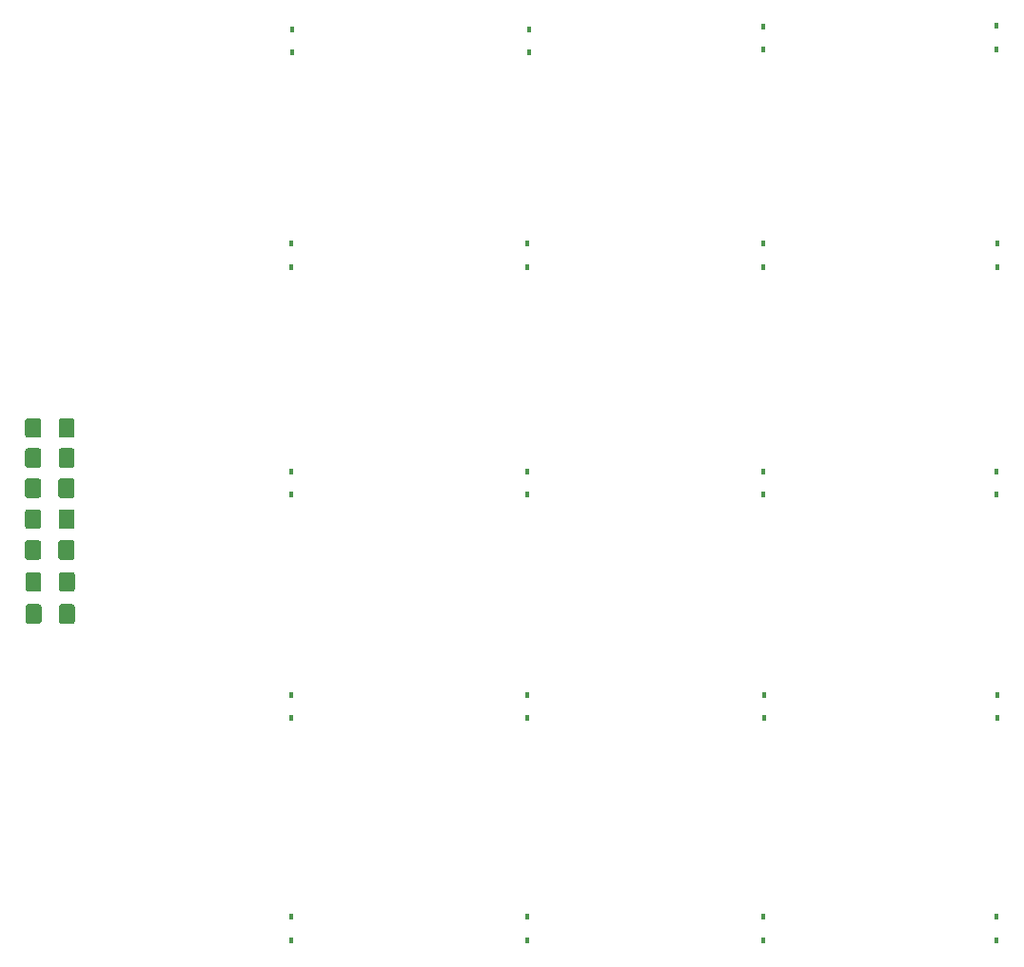
<source format=gtp>
G04 #@! TF.GenerationSoftware,KiCad,Pcbnew,(5.1.0)-1*
G04 #@! TF.CreationDate,2019-03-23T00:40:19+01:00*
G04 #@! TF.ProjectId,Schematic2,53636865-6d61-4746-9963-322e6b696361,rev?*
G04 #@! TF.SameCoordinates,Original*
G04 #@! TF.FileFunction,Paste,Top*
G04 #@! TF.FilePolarity,Positive*
%FSLAX46Y46*%
G04 Gerber Fmt 4.6, Leading zero omitted, Abs format (unit mm)*
G04 Created by KiCad (PCBNEW (5.1.0)-1) date 2019-03-23 00:40:19*
%MOMM*%
%LPD*%
G04 APERTURE LIST*
%ADD10R,0.450000X0.600000*%
%ADD11C,0.100000*%
%ADD12C,1.425000*%
G04 APERTURE END LIST*
D10*
X86970000Y-135920000D03*
X86970000Y-138020000D03*
X107970000Y-135920000D03*
X107970000Y-138020000D03*
X128670000Y-135920000D03*
X128670000Y-138020000D03*
X65970000Y-135920000D03*
X65970000Y-138020000D03*
D11*
G36*
X43482004Y-99616204D02*
G01*
X43506273Y-99619804D01*
X43530071Y-99625765D01*
X43553171Y-99634030D01*
X43575349Y-99644520D01*
X43596393Y-99657133D01*
X43616098Y-99671747D01*
X43634277Y-99688223D01*
X43650753Y-99706402D01*
X43665367Y-99726107D01*
X43677980Y-99747151D01*
X43688470Y-99769329D01*
X43696735Y-99792429D01*
X43702696Y-99816227D01*
X43706296Y-99840496D01*
X43707500Y-99865000D01*
X43707500Y-101115000D01*
X43706296Y-101139504D01*
X43702696Y-101163773D01*
X43696735Y-101187571D01*
X43688470Y-101210671D01*
X43677980Y-101232849D01*
X43665367Y-101253893D01*
X43650753Y-101273598D01*
X43634277Y-101291777D01*
X43616098Y-101308253D01*
X43596393Y-101322867D01*
X43575349Y-101335480D01*
X43553171Y-101345970D01*
X43530071Y-101354235D01*
X43506273Y-101360196D01*
X43482004Y-101363796D01*
X43457500Y-101365000D01*
X42532500Y-101365000D01*
X42507996Y-101363796D01*
X42483727Y-101360196D01*
X42459929Y-101354235D01*
X42436829Y-101345970D01*
X42414651Y-101335480D01*
X42393607Y-101322867D01*
X42373902Y-101308253D01*
X42355723Y-101291777D01*
X42339247Y-101273598D01*
X42324633Y-101253893D01*
X42312020Y-101232849D01*
X42301530Y-101210671D01*
X42293265Y-101187571D01*
X42287304Y-101163773D01*
X42283704Y-101139504D01*
X42282500Y-101115000D01*
X42282500Y-99865000D01*
X42283704Y-99840496D01*
X42287304Y-99816227D01*
X42293265Y-99792429D01*
X42301530Y-99769329D01*
X42312020Y-99747151D01*
X42324633Y-99726107D01*
X42339247Y-99706402D01*
X42355723Y-99688223D01*
X42373902Y-99671747D01*
X42393607Y-99657133D01*
X42414651Y-99644520D01*
X42436829Y-99634030D01*
X42459929Y-99625765D01*
X42483727Y-99619804D01*
X42507996Y-99616204D01*
X42532500Y-99615000D01*
X43457500Y-99615000D01*
X43482004Y-99616204D01*
X43482004Y-99616204D01*
G37*
D12*
X42995000Y-100490000D03*
D11*
G36*
X46457004Y-99616204D02*
G01*
X46481273Y-99619804D01*
X46505071Y-99625765D01*
X46528171Y-99634030D01*
X46550349Y-99644520D01*
X46571393Y-99657133D01*
X46591098Y-99671747D01*
X46609277Y-99688223D01*
X46625753Y-99706402D01*
X46640367Y-99726107D01*
X46652980Y-99747151D01*
X46663470Y-99769329D01*
X46671735Y-99792429D01*
X46677696Y-99816227D01*
X46681296Y-99840496D01*
X46682500Y-99865000D01*
X46682500Y-101115000D01*
X46681296Y-101139504D01*
X46677696Y-101163773D01*
X46671735Y-101187571D01*
X46663470Y-101210671D01*
X46652980Y-101232849D01*
X46640367Y-101253893D01*
X46625753Y-101273598D01*
X46609277Y-101291777D01*
X46591098Y-101308253D01*
X46571393Y-101322867D01*
X46550349Y-101335480D01*
X46528171Y-101345970D01*
X46505071Y-101354235D01*
X46481273Y-101360196D01*
X46457004Y-101363796D01*
X46432500Y-101365000D01*
X45507500Y-101365000D01*
X45482996Y-101363796D01*
X45458727Y-101360196D01*
X45434929Y-101354235D01*
X45411829Y-101345970D01*
X45389651Y-101335480D01*
X45368607Y-101322867D01*
X45348902Y-101308253D01*
X45330723Y-101291777D01*
X45314247Y-101273598D01*
X45299633Y-101253893D01*
X45287020Y-101232849D01*
X45276530Y-101210671D01*
X45268265Y-101187571D01*
X45262304Y-101163773D01*
X45258704Y-101139504D01*
X45257500Y-101115000D01*
X45257500Y-99865000D01*
X45258704Y-99840496D01*
X45262304Y-99816227D01*
X45268265Y-99792429D01*
X45276530Y-99769329D01*
X45287020Y-99747151D01*
X45299633Y-99726107D01*
X45314247Y-99706402D01*
X45330723Y-99688223D01*
X45348902Y-99671747D01*
X45368607Y-99657133D01*
X45389651Y-99644520D01*
X45411829Y-99634030D01*
X45434929Y-99625765D01*
X45458727Y-99619804D01*
X45482996Y-99616204D01*
X45507500Y-99615000D01*
X46432500Y-99615000D01*
X46457004Y-99616204D01*
X46457004Y-99616204D01*
G37*
D12*
X45970000Y-100490000D03*
D11*
G36*
X43502004Y-108066204D02*
G01*
X43526273Y-108069804D01*
X43550071Y-108075765D01*
X43573171Y-108084030D01*
X43595349Y-108094520D01*
X43616393Y-108107133D01*
X43636098Y-108121747D01*
X43654277Y-108138223D01*
X43670753Y-108156402D01*
X43685367Y-108176107D01*
X43697980Y-108197151D01*
X43708470Y-108219329D01*
X43716735Y-108242429D01*
X43722696Y-108266227D01*
X43726296Y-108290496D01*
X43727500Y-108315000D01*
X43727500Y-109565000D01*
X43726296Y-109589504D01*
X43722696Y-109613773D01*
X43716735Y-109637571D01*
X43708470Y-109660671D01*
X43697980Y-109682849D01*
X43685367Y-109703893D01*
X43670753Y-109723598D01*
X43654277Y-109741777D01*
X43636098Y-109758253D01*
X43616393Y-109772867D01*
X43595349Y-109785480D01*
X43573171Y-109795970D01*
X43550071Y-109804235D01*
X43526273Y-109810196D01*
X43502004Y-109813796D01*
X43477500Y-109815000D01*
X42552500Y-109815000D01*
X42527996Y-109813796D01*
X42503727Y-109810196D01*
X42479929Y-109804235D01*
X42456829Y-109795970D01*
X42434651Y-109785480D01*
X42413607Y-109772867D01*
X42393902Y-109758253D01*
X42375723Y-109741777D01*
X42359247Y-109723598D01*
X42344633Y-109703893D01*
X42332020Y-109682849D01*
X42321530Y-109660671D01*
X42313265Y-109637571D01*
X42307304Y-109613773D01*
X42303704Y-109589504D01*
X42302500Y-109565000D01*
X42302500Y-108315000D01*
X42303704Y-108290496D01*
X42307304Y-108266227D01*
X42313265Y-108242429D01*
X42321530Y-108219329D01*
X42332020Y-108197151D01*
X42344633Y-108176107D01*
X42359247Y-108156402D01*
X42375723Y-108138223D01*
X42393902Y-108121747D01*
X42413607Y-108107133D01*
X42434651Y-108094520D01*
X42456829Y-108084030D01*
X42479929Y-108075765D01*
X42503727Y-108069804D01*
X42527996Y-108066204D01*
X42552500Y-108065000D01*
X43477500Y-108065000D01*
X43502004Y-108066204D01*
X43502004Y-108066204D01*
G37*
D12*
X43015000Y-108940000D03*
D11*
G36*
X46477004Y-108066204D02*
G01*
X46501273Y-108069804D01*
X46525071Y-108075765D01*
X46548171Y-108084030D01*
X46570349Y-108094520D01*
X46591393Y-108107133D01*
X46611098Y-108121747D01*
X46629277Y-108138223D01*
X46645753Y-108156402D01*
X46660367Y-108176107D01*
X46672980Y-108197151D01*
X46683470Y-108219329D01*
X46691735Y-108242429D01*
X46697696Y-108266227D01*
X46701296Y-108290496D01*
X46702500Y-108315000D01*
X46702500Y-109565000D01*
X46701296Y-109589504D01*
X46697696Y-109613773D01*
X46691735Y-109637571D01*
X46683470Y-109660671D01*
X46672980Y-109682849D01*
X46660367Y-109703893D01*
X46645753Y-109723598D01*
X46629277Y-109741777D01*
X46611098Y-109758253D01*
X46591393Y-109772867D01*
X46570349Y-109785480D01*
X46548171Y-109795970D01*
X46525071Y-109804235D01*
X46501273Y-109810196D01*
X46477004Y-109813796D01*
X46452500Y-109815000D01*
X45527500Y-109815000D01*
X45502996Y-109813796D01*
X45478727Y-109810196D01*
X45454929Y-109804235D01*
X45431829Y-109795970D01*
X45409651Y-109785480D01*
X45388607Y-109772867D01*
X45368902Y-109758253D01*
X45350723Y-109741777D01*
X45334247Y-109723598D01*
X45319633Y-109703893D01*
X45307020Y-109682849D01*
X45296530Y-109660671D01*
X45288265Y-109637571D01*
X45282304Y-109613773D01*
X45278704Y-109589504D01*
X45277500Y-109565000D01*
X45277500Y-108315000D01*
X45278704Y-108290496D01*
X45282304Y-108266227D01*
X45288265Y-108242429D01*
X45296530Y-108219329D01*
X45307020Y-108197151D01*
X45319633Y-108176107D01*
X45334247Y-108156402D01*
X45350723Y-108138223D01*
X45368902Y-108121747D01*
X45388607Y-108107133D01*
X45409651Y-108094520D01*
X45431829Y-108084030D01*
X45454929Y-108075765D01*
X45478727Y-108069804D01*
X45502996Y-108066204D01*
X45527500Y-108065000D01*
X46452500Y-108065000D01*
X46477004Y-108066204D01*
X46477004Y-108066204D01*
G37*
D12*
X45990000Y-108940000D03*
D11*
G36*
X43462004Y-102366204D02*
G01*
X43486273Y-102369804D01*
X43510071Y-102375765D01*
X43533171Y-102384030D01*
X43555349Y-102394520D01*
X43576393Y-102407133D01*
X43596098Y-102421747D01*
X43614277Y-102438223D01*
X43630753Y-102456402D01*
X43645367Y-102476107D01*
X43657980Y-102497151D01*
X43668470Y-102519329D01*
X43676735Y-102542429D01*
X43682696Y-102566227D01*
X43686296Y-102590496D01*
X43687500Y-102615000D01*
X43687500Y-103865000D01*
X43686296Y-103889504D01*
X43682696Y-103913773D01*
X43676735Y-103937571D01*
X43668470Y-103960671D01*
X43657980Y-103982849D01*
X43645367Y-104003893D01*
X43630753Y-104023598D01*
X43614277Y-104041777D01*
X43596098Y-104058253D01*
X43576393Y-104072867D01*
X43555349Y-104085480D01*
X43533171Y-104095970D01*
X43510071Y-104104235D01*
X43486273Y-104110196D01*
X43462004Y-104113796D01*
X43437500Y-104115000D01*
X42512500Y-104115000D01*
X42487996Y-104113796D01*
X42463727Y-104110196D01*
X42439929Y-104104235D01*
X42416829Y-104095970D01*
X42394651Y-104085480D01*
X42373607Y-104072867D01*
X42353902Y-104058253D01*
X42335723Y-104041777D01*
X42319247Y-104023598D01*
X42304633Y-104003893D01*
X42292020Y-103982849D01*
X42281530Y-103960671D01*
X42273265Y-103937571D01*
X42267304Y-103913773D01*
X42263704Y-103889504D01*
X42262500Y-103865000D01*
X42262500Y-102615000D01*
X42263704Y-102590496D01*
X42267304Y-102566227D01*
X42273265Y-102542429D01*
X42281530Y-102519329D01*
X42292020Y-102497151D01*
X42304633Y-102476107D01*
X42319247Y-102456402D01*
X42335723Y-102438223D01*
X42353902Y-102421747D01*
X42373607Y-102407133D01*
X42394651Y-102394520D01*
X42416829Y-102384030D01*
X42439929Y-102375765D01*
X42463727Y-102369804D01*
X42487996Y-102366204D01*
X42512500Y-102365000D01*
X43437500Y-102365000D01*
X43462004Y-102366204D01*
X43462004Y-102366204D01*
G37*
D12*
X42975000Y-103240000D03*
D11*
G36*
X46437004Y-102366204D02*
G01*
X46461273Y-102369804D01*
X46485071Y-102375765D01*
X46508171Y-102384030D01*
X46530349Y-102394520D01*
X46551393Y-102407133D01*
X46571098Y-102421747D01*
X46589277Y-102438223D01*
X46605753Y-102456402D01*
X46620367Y-102476107D01*
X46632980Y-102497151D01*
X46643470Y-102519329D01*
X46651735Y-102542429D01*
X46657696Y-102566227D01*
X46661296Y-102590496D01*
X46662500Y-102615000D01*
X46662500Y-103865000D01*
X46661296Y-103889504D01*
X46657696Y-103913773D01*
X46651735Y-103937571D01*
X46643470Y-103960671D01*
X46632980Y-103982849D01*
X46620367Y-104003893D01*
X46605753Y-104023598D01*
X46589277Y-104041777D01*
X46571098Y-104058253D01*
X46551393Y-104072867D01*
X46530349Y-104085480D01*
X46508171Y-104095970D01*
X46485071Y-104104235D01*
X46461273Y-104110196D01*
X46437004Y-104113796D01*
X46412500Y-104115000D01*
X45487500Y-104115000D01*
X45462996Y-104113796D01*
X45438727Y-104110196D01*
X45414929Y-104104235D01*
X45391829Y-104095970D01*
X45369651Y-104085480D01*
X45348607Y-104072867D01*
X45328902Y-104058253D01*
X45310723Y-104041777D01*
X45294247Y-104023598D01*
X45279633Y-104003893D01*
X45267020Y-103982849D01*
X45256530Y-103960671D01*
X45248265Y-103937571D01*
X45242304Y-103913773D01*
X45238704Y-103889504D01*
X45237500Y-103865000D01*
X45237500Y-102615000D01*
X45238704Y-102590496D01*
X45242304Y-102566227D01*
X45248265Y-102542429D01*
X45256530Y-102519329D01*
X45267020Y-102497151D01*
X45279633Y-102476107D01*
X45294247Y-102456402D01*
X45310723Y-102438223D01*
X45328902Y-102421747D01*
X45348607Y-102407133D01*
X45369651Y-102394520D01*
X45391829Y-102384030D01*
X45414929Y-102375765D01*
X45438727Y-102369804D01*
X45462996Y-102366204D01*
X45487500Y-102365000D01*
X46412500Y-102365000D01*
X46437004Y-102366204D01*
X46437004Y-102366204D01*
G37*
D12*
X45950000Y-103240000D03*
D11*
G36*
X43497004Y-105206204D02*
G01*
X43521273Y-105209804D01*
X43545071Y-105215765D01*
X43568171Y-105224030D01*
X43590349Y-105234520D01*
X43611393Y-105247133D01*
X43631098Y-105261747D01*
X43649277Y-105278223D01*
X43665753Y-105296402D01*
X43680367Y-105316107D01*
X43692980Y-105337151D01*
X43703470Y-105359329D01*
X43711735Y-105382429D01*
X43717696Y-105406227D01*
X43721296Y-105430496D01*
X43722500Y-105455000D01*
X43722500Y-106705000D01*
X43721296Y-106729504D01*
X43717696Y-106753773D01*
X43711735Y-106777571D01*
X43703470Y-106800671D01*
X43692980Y-106822849D01*
X43680367Y-106843893D01*
X43665753Y-106863598D01*
X43649277Y-106881777D01*
X43631098Y-106898253D01*
X43611393Y-106912867D01*
X43590349Y-106925480D01*
X43568171Y-106935970D01*
X43545071Y-106944235D01*
X43521273Y-106950196D01*
X43497004Y-106953796D01*
X43472500Y-106955000D01*
X42547500Y-106955000D01*
X42522996Y-106953796D01*
X42498727Y-106950196D01*
X42474929Y-106944235D01*
X42451829Y-106935970D01*
X42429651Y-106925480D01*
X42408607Y-106912867D01*
X42388902Y-106898253D01*
X42370723Y-106881777D01*
X42354247Y-106863598D01*
X42339633Y-106843893D01*
X42327020Y-106822849D01*
X42316530Y-106800671D01*
X42308265Y-106777571D01*
X42302304Y-106753773D01*
X42298704Y-106729504D01*
X42297500Y-106705000D01*
X42297500Y-105455000D01*
X42298704Y-105430496D01*
X42302304Y-105406227D01*
X42308265Y-105382429D01*
X42316530Y-105359329D01*
X42327020Y-105337151D01*
X42339633Y-105316107D01*
X42354247Y-105296402D01*
X42370723Y-105278223D01*
X42388902Y-105261747D01*
X42408607Y-105247133D01*
X42429651Y-105234520D01*
X42451829Y-105224030D01*
X42474929Y-105215765D01*
X42498727Y-105209804D01*
X42522996Y-105206204D01*
X42547500Y-105205000D01*
X43472500Y-105205000D01*
X43497004Y-105206204D01*
X43497004Y-105206204D01*
G37*
D12*
X43010000Y-106080000D03*
D11*
G36*
X46472004Y-105206204D02*
G01*
X46496273Y-105209804D01*
X46520071Y-105215765D01*
X46543171Y-105224030D01*
X46565349Y-105234520D01*
X46586393Y-105247133D01*
X46606098Y-105261747D01*
X46624277Y-105278223D01*
X46640753Y-105296402D01*
X46655367Y-105316107D01*
X46667980Y-105337151D01*
X46678470Y-105359329D01*
X46686735Y-105382429D01*
X46692696Y-105406227D01*
X46696296Y-105430496D01*
X46697500Y-105455000D01*
X46697500Y-106705000D01*
X46696296Y-106729504D01*
X46692696Y-106753773D01*
X46686735Y-106777571D01*
X46678470Y-106800671D01*
X46667980Y-106822849D01*
X46655367Y-106843893D01*
X46640753Y-106863598D01*
X46624277Y-106881777D01*
X46606098Y-106898253D01*
X46586393Y-106912867D01*
X46565349Y-106925480D01*
X46543171Y-106935970D01*
X46520071Y-106944235D01*
X46496273Y-106950196D01*
X46472004Y-106953796D01*
X46447500Y-106955000D01*
X45522500Y-106955000D01*
X45497996Y-106953796D01*
X45473727Y-106950196D01*
X45449929Y-106944235D01*
X45426829Y-106935970D01*
X45404651Y-106925480D01*
X45383607Y-106912867D01*
X45363902Y-106898253D01*
X45345723Y-106881777D01*
X45329247Y-106863598D01*
X45314633Y-106843893D01*
X45302020Y-106822849D01*
X45291530Y-106800671D01*
X45283265Y-106777571D01*
X45277304Y-106753773D01*
X45273704Y-106729504D01*
X45272500Y-106705000D01*
X45272500Y-105455000D01*
X45273704Y-105430496D01*
X45277304Y-105406227D01*
X45283265Y-105382429D01*
X45291530Y-105359329D01*
X45302020Y-105337151D01*
X45314633Y-105316107D01*
X45329247Y-105296402D01*
X45345723Y-105278223D01*
X45363902Y-105261747D01*
X45383607Y-105247133D01*
X45404651Y-105234520D01*
X45426829Y-105224030D01*
X45449929Y-105215765D01*
X45473727Y-105209804D01*
X45497996Y-105206204D01*
X45522500Y-105205000D01*
X46447500Y-105205000D01*
X46472004Y-105206204D01*
X46472004Y-105206204D01*
G37*
D12*
X45985000Y-106080000D03*
D10*
X66038000Y-56860000D03*
X66038000Y-58960000D03*
X128720000Y-56570000D03*
X128720000Y-58670000D03*
X87120000Y-56860000D03*
X87120000Y-58960000D03*
X107948000Y-56606000D03*
X107948000Y-58706000D03*
X65970000Y-75920000D03*
X65970000Y-78020000D03*
D11*
G36*
X43462004Y-96866204D02*
G01*
X43486273Y-96869804D01*
X43510071Y-96875765D01*
X43533171Y-96884030D01*
X43555349Y-96894520D01*
X43576393Y-96907133D01*
X43596098Y-96921747D01*
X43614277Y-96938223D01*
X43630753Y-96956402D01*
X43645367Y-96976107D01*
X43657980Y-96997151D01*
X43668470Y-97019329D01*
X43676735Y-97042429D01*
X43682696Y-97066227D01*
X43686296Y-97090496D01*
X43687500Y-97115000D01*
X43687500Y-98365000D01*
X43686296Y-98389504D01*
X43682696Y-98413773D01*
X43676735Y-98437571D01*
X43668470Y-98460671D01*
X43657980Y-98482849D01*
X43645367Y-98503893D01*
X43630753Y-98523598D01*
X43614277Y-98541777D01*
X43596098Y-98558253D01*
X43576393Y-98572867D01*
X43555349Y-98585480D01*
X43533171Y-98595970D01*
X43510071Y-98604235D01*
X43486273Y-98610196D01*
X43462004Y-98613796D01*
X43437500Y-98615000D01*
X42512500Y-98615000D01*
X42487996Y-98613796D01*
X42463727Y-98610196D01*
X42439929Y-98604235D01*
X42416829Y-98595970D01*
X42394651Y-98585480D01*
X42373607Y-98572867D01*
X42353902Y-98558253D01*
X42335723Y-98541777D01*
X42319247Y-98523598D01*
X42304633Y-98503893D01*
X42292020Y-98482849D01*
X42281530Y-98460671D01*
X42273265Y-98437571D01*
X42267304Y-98413773D01*
X42263704Y-98389504D01*
X42262500Y-98365000D01*
X42262500Y-97115000D01*
X42263704Y-97090496D01*
X42267304Y-97066227D01*
X42273265Y-97042429D01*
X42281530Y-97019329D01*
X42292020Y-96997151D01*
X42304633Y-96976107D01*
X42319247Y-96956402D01*
X42335723Y-96938223D01*
X42353902Y-96921747D01*
X42373607Y-96907133D01*
X42394651Y-96894520D01*
X42416829Y-96884030D01*
X42439929Y-96875765D01*
X42463727Y-96869804D01*
X42487996Y-96866204D01*
X42512500Y-96865000D01*
X43437500Y-96865000D01*
X43462004Y-96866204D01*
X43462004Y-96866204D01*
G37*
D12*
X42975000Y-97740000D03*
D11*
G36*
X46437004Y-96866204D02*
G01*
X46461273Y-96869804D01*
X46485071Y-96875765D01*
X46508171Y-96884030D01*
X46530349Y-96894520D01*
X46551393Y-96907133D01*
X46571098Y-96921747D01*
X46589277Y-96938223D01*
X46605753Y-96956402D01*
X46620367Y-96976107D01*
X46632980Y-96997151D01*
X46643470Y-97019329D01*
X46651735Y-97042429D01*
X46657696Y-97066227D01*
X46661296Y-97090496D01*
X46662500Y-97115000D01*
X46662500Y-98365000D01*
X46661296Y-98389504D01*
X46657696Y-98413773D01*
X46651735Y-98437571D01*
X46643470Y-98460671D01*
X46632980Y-98482849D01*
X46620367Y-98503893D01*
X46605753Y-98523598D01*
X46589277Y-98541777D01*
X46571098Y-98558253D01*
X46551393Y-98572867D01*
X46530349Y-98585480D01*
X46508171Y-98595970D01*
X46485071Y-98604235D01*
X46461273Y-98610196D01*
X46437004Y-98613796D01*
X46412500Y-98615000D01*
X45487500Y-98615000D01*
X45462996Y-98613796D01*
X45438727Y-98610196D01*
X45414929Y-98604235D01*
X45391829Y-98595970D01*
X45369651Y-98585480D01*
X45348607Y-98572867D01*
X45328902Y-98558253D01*
X45310723Y-98541777D01*
X45294247Y-98523598D01*
X45279633Y-98503893D01*
X45267020Y-98482849D01*
X45256530Y-98460671D01*
X45248265Y-98437571D01*
X45242304Y-98413773D01*
X45238704Y-98389504D01*
X45237500Y-98365000D01*
X45237500Y-97115000D01*
X45238704Y-97090496D01*
X45242304Y-97066227D01*
X45248265Y-97042429D01*
X45256530Y-97019329D01*
X45267020Y-96997151D01*
X45279633Y-96976107D01*
X45294247Y-96956402D01*
X45310723Y-96938223D01*
X45328902Y-96921747D01*
X45348607Y-96907133D01*
X45369651Y-96894520D01*
X45391829Y-96884030D01*
X45414929Y-96875765D01*
X45438727Y-96869804D01*
X45462996Y-96866204D01*
X45487500Y-96865000D01*
X46412500Y-96865000D01*
X46437004Y-96866204D01*
X46437004Y-96866204D01*
G37*
D12*
X45950000Y-97740000D03*
D10*
X107970000Y-96220000D03*
X107970000Y-98320000D03*
X128770000Y-116120000D03*
X128770000Y-118220000D03*
X65970000Y-116120000D03*
X65970000Y-118220000D03*
X107970000Y-75920000D03*
X107970000Y-78020000D03*
X65970000Y-96220000D03*
X65970000Y-98320000D03*
X86970000Y-116120000D03*
X86970000Y-118220000D03*
X86970000Y-75920000D03*
X86970000Y-78020000D03*
X108070000Y-116120000D03*
X108070000Y-118220000D03*
X128770000Y-75920000D03*
X128770000Y-78020000D03*
X128670000Y-96220000D03*
X128670000Y-98320000D03*
X86970000Y-96220000D03*
X86970000Y-98320000D03*
D11*
G36*
X43482004Y-94176204D02*
G01*
X43506273Y-94179804D01*
X43530071Y-94185765D01*
X43553171Y-94194030D01*
X43575349Y-94204520D01*
X43596393Y-94217133D01*
X43616098Y-94231747D01*
X43634277Y-94248223D01*
X43650753Y-94266402D01*
X43665367Y-94286107D01*
X43677980Y-94307151D01*
X43688470Y-94329329D01*
X43696735Y-94352429D01*
X43702696Y-94376227D01*
X43706296Y-94400496D01*
X43707500Y-94425000D01*
X43707500Y-95675000D01*
X43706296Y-95699504D01*
X43702696Y-95723773D01*
X43696735Y-95747571D01*
X43688470Y-95770671D01*
X43677980Y-95792849D01*
X43665367Y-95813893D01*
X43650753Y-95833598D01*
X43634277Y-95851777D01*
X43616098Y-95868253D01*
X43596393Y-95882867D01*
X43575349Y-95895480D01*
X43553171Y-95905970D01*
X43530071Y-95914235D01*
X43506273Y-95920196D01*
X43482004Y-95923796D01*
X43457500Y-95925000D01*
X42532500Y-95925000D01*
X42507996Y-95923796D01*
X42483727Y-95920196D01*
X42459929Y-95914235D01*
X42436829Y-95905970D01*
X42414651Y-95895480D01*
X42393607Y-95882867D01*
X42373902Y-95868253D01*
X42355723Y-95851777D01*
X42339247Y-95833598D01*
X42324633Y-95813893D01*
X42312020Y-95792849D01*
X42301530Y-95770671D01*
X42293265Y-95747571D01*
X42287304Y-95723773D01*
X42283704Y-95699504D01*
X42282500Y-95675000D01*
X42282500Y-94425000D01*
X42283704Y-94400496D01*
X42287304Y-94376227D01*
X42293265Y-94352429D01*
X42301530Y-94329329D01*
X42312020Y-94307151D01*
X42324633Y-94286107D01*
X42339247Y-94266402D01*
X42355723Y-94248223D01*
X42373902Y-94231747D01*
X42393607Y-94217133D01*
X42414651Y-94204520D01*
X42436829Y-94194030D01*
X42459929Y-94185765D01*
X42483727Y-94179804D01*
X42507996Y-94176204D01*
X42532500Y-94175000D01*
X43457500Y-94175000D01*
X43482004Y-94176204D01*
X43482004Y-94176204D01*
G37*
D12*
X42995000Y-95050000D03*
D11*
G36*
X46457004Y-94176204D02*
G01*
X46481273Y-94179804D01*
X46505071Y-94185765D01*
X46528171Y-94194030D01*
X46550349Y-94204520D01*
X46571393Y-94217133D01*
X46591098Y-94231747D01*
X46609277Y-94248223D01*
X46625753Y-94266402D01*
X46640367Y-94286107D01*
X46652980Y-94307151D01*
X46663470Y-94329329D01*
X46671735Y-94352429D01*
X46677696Y-94376227D01*
X46681296Y-94400496D01*
X46682500Y-94425000D01*
X46682500Y-95675000D01*
X46681296Y-95699504D01*
X46677696Y-95723773D01*
X46671735Y-95747571D01*
X46663470Y-95770671D01*
X46652980Y-95792849D01*
X46640367Y-95813893D01*
X46625753Y-95833598D01*
X46609277Y-95851777D01*
X46591098Y-95868253D01*
X46571393Y-95882867D01*
X46550349Y-95895480D01*
X46528171Y-95905970D01*
X46505071Y-95914235D01*
X46481273Y-95920196D01*
X46457004Y-95923796D01*
X46432500Y-95925000D01*
X45507500Y-95925000D01*
X45482996Y-95923796D01*
X45458727Y-95920196D01*
X45434929Y-95914235D01*
X45411829Y-95905970D01*
X45389651Y-95895480D01*
X45368607Y-95882867D01*
X45348902Y-95868253D01*
X45330723Y-95851777D01*
X45314247Y-95833598D01*
X45299633Y-95813893D01*
X45287020Y-95792849D01*
X45276530Y-95770671D01*
X45268265Y-95747571D01*
X45262304Y-95723773D01*
X45258704Y-95699504D01*
X45257500Y-95675000D01*
X45257500Y-94425000D01*
X45258704Y-94400496D01*
X45262304Y-94376227D01*
X45268265Y-94352429D01*
X45276530Y-94329329D01*
X45287020Y-94307151D01*
X45299633Y-94286107D01*
X45314247Y-94266402D01*
X45330723Y-94248223D01*
X45348902Y-94231747D01*
X45368607Y-94217133D01*
X45389651Y-94204520D01*
X45411829Y-94194030D01*
X45434929Y-94185765D01*
X45458727Y-94179804D01*
X45482996Y-94176204D01*
X45507500Y-94175000D01*
X46432500Y-94175000D01*
X46457004Y-94176204D01*
X46457004Y-94176204D01*
G37*
D12*
X45970000Y-95050000D03*
D11*
G36*
X43482004Y-91496204D02*
G01*
X43506273Y-91499804D01*
X43530071Y-91505765D01*
X43553171Y-91514030D01*
X43575349Y-91524520D01*
X43596393Y-91537133D01*
X43616098Y-91551747D01*
X43634277Y-91568223D01*
X43650753Y-91586402D01*
X43665367Y-91606107D01*
X43677980Y-91627151D01*
X43688470Y-91649329D01*
X43696735Y-91672429D01*
X43702696Y-91696227D01*
X43706296Y-91720496D01*
X43707500Y-91745000D01*
X43707500Y-92995000D01*
X43706296Y-93019504D01*
X43702696Y-93043773D01*
X43696735Y-93067571D01*
X43688470Y-93090671D01*
X43677980Y-93112849D01*
X43665367Y-93133893D01*
X43650753Y-93153598D01*
X43634277Y-93171777D01*
X43616098Y-93188253D01*
X43596393Y-93202867D01*
X43575349Y-93215480D01*
X43553171Y-93225970D01*
X43530071Y-93234235D01*
X43506273Y-93240196D01*
X43482004Y-93243796D01*
X43457500Y-93245000D01*
X42532500Y-93245000D01*
X42507996Y-93243796D01*
X42483727Y-93240196D01*
X42459929Y-93234235D01*
X42436829Y-93225970D01*
X42414651Y-93215480D01*
X42393607Y-93202867D01*
X42373902Y-93188253D01*
X42355723Y-93171777D01*
X42339247Y-93153598D01*
X42324633Y-93133893D01*
X42312020Y-93112849D01*
X42301530Y-93090671D01*
X42293265Y-93067571D01*
X42287304Y-93043773D01*
X42283704Y-93019504D01*
X42282500Y-92995000D01*
X42282500Y-91745000D01*
X42283704Y-91720496D01*
X42287304Y-91696227D01*
X42293265Y-91672429D01*
X42301530Y-91649329D01*
X42312020Y-91627151D01*
X42324633Y-91606107D01*
X42339247Y-91586402D01*
X42355723Y-91568223D01*
X42373902Y-91551747D01*
X42393607Y-91537133D01*
X42414651Y-91524520D01*
X42436829Y-91514030D01*
X42459929Y-91505765D01*
X42483727Y-91499804D01*
X42507996Y-91496204D01*
X42532500Y-91495000D01*
X43457500Y-91495000D01*
X43482004Y-91496204D01*
X43482004Y-91496204D01*
G37*
D12*
X42995000Y-92370000D03*
D11*
G36*
X46457004Y-91496204D02*
G01*
X46481273Y-91499804D01*
X46505071Y-91505765D01*
X46528171Y-91514030D01*
X46550349Y-91524520D01*
X46571393Y-91537133D01*
X46591098Y-91551747D01*
X46609277Y-91568223D01*
X46625753Y-91586402D01*
X46640367Y-91606107D01*
X46652980Y-91627151D01*
X46663470Y-91649329D01*
X46671735Y-91672429D01*
X46677696Y-91696227D01*
X46681296Y-91720496D01*
X46682500Y-91745000D01*
X46682500Y-92995000D01*
X46681296Y-93019504D01*
X46677696Y-93043773D01*
X46671735Y-93067571D01*
X46663470Y-93090671D01*
X46652980Y-93112849D01*
X46640367Y-93133893D01*
X46625753Y-93153598D01*
X46609277Y-93171777D01*
X46591098Y-93188253D01*
X46571393Y-93202867D01*
X46550349Y-93215480D01*
X46528171Y-93225970D01*
X46505071Y-93234235D01*
X46481273Y-93240196D01*
X46457004Y-93243796D01*
X46432500Y-93245000D01*
X45507500Y-93245000D01*
X45482996Y-93243796D01*
X45458727Y-93240196D01*
X45434929Y-93234235D01*
X45411829Y-93225970D01*
X45389651Y-93215480D01*
X45368607Y-93202867D01*
X45348902Y-93188253D01*
X45330723Y-93171777D01*
X45314247Y-93153598D01*
X45299633Y-93133893D01*
X45287020Y-93112849D01*
X45276530Y-93090671D01*
X45268265Y-93067571D01*
X45262304Y-93043773D01*
X45258704Y-93019504D01*
X45257500Y-92995000D01*
X45257500Y-91745000D01*
X45258704Y-91720496D01*
X45262304Y-91696227D01*
X45268265Y-91672429D01*
X45276530Y-91649329D01*
X45287020Y-91627151D01*
X45299633Y-91606107D01*
X45314247Y-91586402D01*
X45330723Y-91568223D01*
X45348902Y-91551747D01*
X45368607Y-91537133D01*
X45389651Y-91524520D01*
X45411829Y-91514030D01*
X45434929Y-91505765D01*
X45458727Y-91499804D01*
X45482996Y-91496204D01*
X45507500Y-91495000D01*
X46432500Y-91495000D01*
X46457004Y-91496204D01*
X46457004Y-91496204D01*
G37*
D12*
X45970000Y-92370000D03*
M02*

</source>
